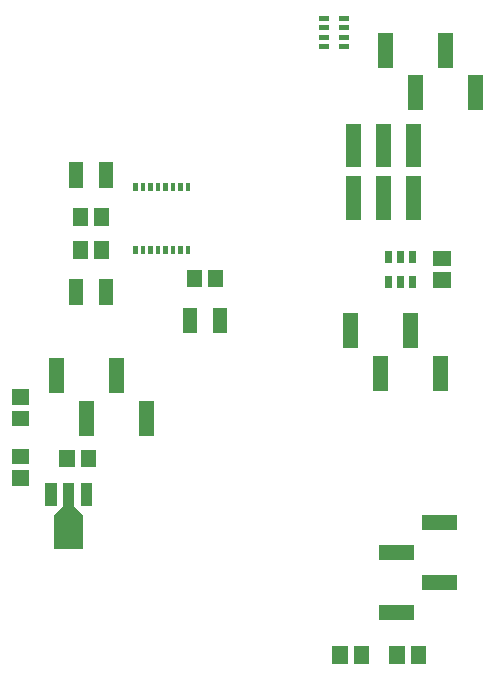
<source format=gbr>
G04 start of page 10 for group -4015 idx -4015 *
G04 Title: (unknown), toppaste *
G04 Creator: pcb 20140316 *
G04 CreationDate: Wed 30 Mar 2016 07:43:05 PM GMT UTC *
G04 For: ndholmes *
G04 Format: Gerber/RS-274X *
G04 PCB-Dimensions (mil): 2100.00 2700.00 *
G04 PCB-Coordinate-Origin: lower left *
%MOIN*%
%FSLAX25Y25*%
%LNTOPPASTE*%
%ADD76R,0.0150X0.0150*%
%ADD75R,0.0490X0.0490*%
%ADD74C,0.0001*%
%ADD73R,0.0945X0.0945*%
%ADD72R,0.0378X0.0378*%
%ADD71R,0.0512X0.0512*%
%ADD70R,0.0240X0.0240*%
%ADD69R,0.0167X0.0167*%
%ADD68R,0.0500X0.0500*%
G54D68*X186500Y223240D02*Y216587D01*
X176500Y237413D02*Y230760D01*
X166500Y223240D02*Y216587D01*
X156500Y237413D02*Y230760D01*
G54D69*X135217Y244724D02*X137087D01*
X135217Y241575D02*X137087D01*
X135217Y238425D02*X137087D01*
X135217Y235276D02*X137087D01*
X141913D02*X143783D01*
X141913Y238425D02*X143783D01*
X141913Y241575D02*X143783D01*
X141913Y244724D02*X143783D01*
G54D68*X175000Y129740D02*Y123087D01*
X165000Y143913D02*Y137260D01*
X155000Y129740D02*Y123087D01*
X145000Y143913D02*Y137260D01*
G54D70*X165500Y165800D02*Y164200D01*
X161600Y165800D02*Y164200D01*
X157700Y165800D02*Y164200D01*
Y157600D02*Y156000D01*
X161600Y157600D02*Y156000D01*
X165500Y157600D02*Y156000D01*
G54D71*X57543Y98393D02*Y97607D01*
X50457Y98393D02*Y97607D01*
X34607Y98543D02*X35393D01*
X34607Y91457D02*X35393D01*
G54D72*X56906Y87984D02*Y83890D01*
X51000Y87984D02*Y76174D01*
G54D73*Y74440D02*Y72550D01*
G54D74*G36*
X52885Y82005D02*X55725Y79165D01*
X54305Y77745D01*
X51465Y80585D01*
X52885Y82005D01*
G37*
G36*
X46275Y79165D02*X49115Y82005D01*
X50535Y80585D01*
X47695Y77745D01*
X46275Y79165D01*
G37*
G54D72*X45094Y87984D02*Y83890D01*
G54D71*X34607Y111414D02*X35393D01*
X34607Y118500D02*X35393D01*
X175107Y157457D02*X175893D01*
X175107Y164543D02*X175893D01*
G54D68*X47000Y128913D02*Y122260D01*
X57000Y114740D02*Y108087D01*
X67000Y128913D02*Y122260D01*
X77000Y114740D02*Y108087D01*
G54D71*X62043Y178893D02*Y178107D01*
X54957Y178893D02*Y178107D01*
G54D75*X63500Y194300D02*Y190700D01*
X53500Y194300D02*Y190700D01*
G54D71*X62043Y167893D02*Y167107D01*
X54957Y167893D02*Y167107D01*
G54D75*X63500Y155300D02*Y151700D01*
X53500Y155300D02*Y151700D01*
X101500Y145800D02*Y142200D01*
X91500Y145800D02*Y142200D01*
G54D71*X100043Y158393D02*Y157607D01*
X92957Y158393D02*Y157607D01*
G54D68*X157087Y46500D02*X163740D01*
X171260Y56500D02*X177913D01*
X157087Y66500D02*X163740D01*
X171260Y76500D02*X177913D01*
G54D71*X160457Y32893D02*Y32107D01*
X167543Y32893D02*Y32107D01*
X141457Y32893D02*Y32107D01*
X148543Y32893D02*Y32107D01*
G54D68*X146000Y189504D02*Y180016D01*
X156000Y189504D02*Y180016D01*
X166000Y189504D02*Y180016D01*
Y206984D02*Y197496D01*
X156000Y206984D02*Y197496D01*
X146000Y206984D02*Y197496D01*
G54D76*X90750Y189000D02*Y188000D01*
X88250Y189000D02*Y188000D01*
X85750Y189000D02*Y188000D01*
X83250Y189000D02*Y188000D01*
X80750Y189000D02*Y188000D01*
X78250Y189000D02*Y188000D01*
X75750Y189000D02*Y188000D01*
X73250Y189000D02*Y188000D01*
Y168000D02*Y167000D01*
X75750Y168000D02*Y167000D01*
X78250Y168000D02*Y167000D01*
X80750Y168000D02*Y167000D01*
X83250Y168000D02*Y167000D01*
X85750Y168000D02*Y167000D01*
X88250Y168000D02*Y167000D01*
X90750Y168000D02*Y167000D01*
M02*

</source>
